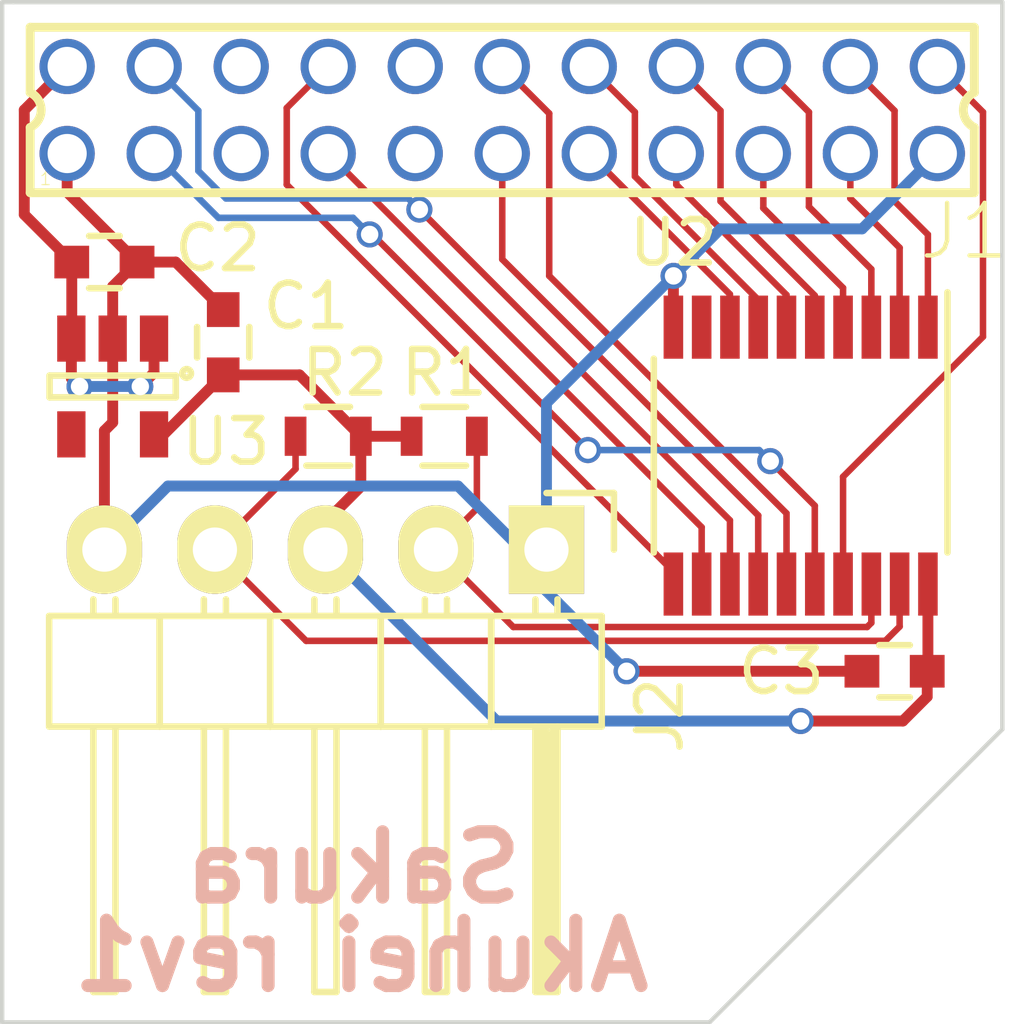
<source format=kicad_pcb>
(kicad_pcb (version 4) (host pcbnew "(2015-08-18 BZR 6103)-product")

  (general
    (links 36)
    (no_connects 0)
    (area 0 0 0 0)
    (thickness 1.6)
    (drawings 8)
    (tracks 130)
    (zones 0)
    (modules 9)
    (nets 26)
  )

  (page A4)
  (layers
    (0 F.Cu signal)
    (31 B.Cu signal)
    (32 B.Adhes user)
    (33 F.Adhes user)
    (34 B.Paste user)
    (35 F.Paste user)
    (36 B.SilkS user)
    (37 F.SilkS user)
    (38 B.Mask user)
    (39 F.Mask user)
    (40 Dwgs.User user)
    (41 Cmts.User user)
    (42 Eco1.User user)
    (43 Eco2.User user)
    (44 Edge.Cuts user)
    (45 Margin user)
    (46 B.CrtYd user)
    (47 F.CrtYd user)
    (48 B.Fab user)
    (49 F.Fab user)
  )

  (setup
    (last_trace_width 0.15)
    (trace_clearance 0.1)
    (zone_clearance 0.508)
    (zone_45_only no)
    (trace_min 0.1)
    (segment_width 0.2)
    (edge_width 0.1)
    (via_size 0.6)
    (via_drill 0.4)
    (via_min_size 0.4)
    (via_min_drill 0.3)
    (uvia_size 0.3)
    (uvia_drill 0.1)
    (uvias_allowed no)
    (uvia_min_size 0.2)
    (uvia_min_drill 0.1)
    (pcb_text_width 0.3)
    (pcb_text_size 1.5 1.5)
    (mod_edge_width 0.15)
    (mod_text_size 1 1)
    (mod_text_width 0.15)
    (pad_size 1.5 1.5)
    (pad_drill 0.6)
    (pad_to_mask_clearance 0)
    (aux_axis_origin 0 0)
    (visible_elements FFFFFF7F)
    (pcbplotparams
      (layerselection 0x00030_80000001)
      (usegerberextensions false)
      (excludeedgelayer true)
      (linewidth 0.100000)
      (plotframeref false)
      (viasonmask false)
      (mode 1)
      (useauxorigin false)
      (hpglpennumber 1)
      (hpglpenspeed 20)
      (hpglpendiameter 15)
      (hpglpenoverlay 2)
      (psnegative false)
      (psa4output false)
      (plotreference true)
      (plotvalue true)
      (plotinvisibletext false)
      (padsonsilk false)
      (subtractmaskfromsilk false)
      (outputformat 1)
      (mirror false)
      (drillshape 1)
      (scaleselection 1)
      (outputdirectory ""))
  )

  (net 0 "")
  (net 1 +3V3)
  (net 2 GND)
  (net 3 +5V)
  (net 4 CP_INT)
  (net 5 CP_CS)
  (net 6 "Net-(J1-Pad5)")
  (net 7 "Net-(J1-Pad6)")
  (net 8 CP_IORD)
  (net 9 CP_IOWR)
  (net 10 "Net-(J1-Pad9)")
  (net 11 "Net-(J1-Pad10)")
  (net 12 /A1)
  (net 13 /A2)
  (net 14 /D7)
  (net 15 /D6)
  (net 16 /D5)
  (net 17 /D4)
  (net 18 /D3)
  (net 19 /D2)
  (net 20 /D1)
  (net 21 /D0)
  (net 22 CP_RESET)
  (net 23 SCL)
  (net 24 SDA)
  (net 25 "Net-(U2-Pad9)")

  (net_class Default "This is the default net class."
    (clearance 0.1)
    (trace_width 0.15)
    (via_dia 0.6)
    (via_drill 0.4)
    (uvia_dia 0.3)
    (uvia_drill 0.1)
    (add_net /A1)
    (add_net /A2)
    (add_net /D0)
    (add_net /D1)
    (add_net /D2)
    (add_net /D3)
    (add_net /D4)
    (add_net /D5)
    (add_net /D6)
    (add_net /D7)
    (add_net CP_CS)
    (add_net CP_INT)
    (add_net CP_IORD)
    (add_net CP_IOWR)
    (add_net CP_RESET)
    (add_net "Net-(J1-Pad10)")
    (add_net "Net-(J1-Pad5)")
    (add_net "Net-(J1-Pad6)")
    (add_net "Net-(J1-Pad9)")
    (add_net "Net-(U2-Pad9)")
    (add_net SCL)
    (add_net SDA)
  )

  (net_class Power ""
    (clearance 0.2)
    (trace_width 0.25)
    (via_dia 0.6)
    (via_drill 0.4)
    (uvia_dia 0.3)
    (uvia_drill 0.1)
    (add_net +3V3)
    (add_net +5V)
    (add_net GND)
  )

  (module Capacitors_SMD:C_0603 (layer F.Cu) (tedit 55D47C44) (tstamp 55D47427)
    (at 141.732 104.4575 90)
    (descr "Capacitor SMD 0603, reflow soldering, AVX (see smccp.pdf)")
    (tags "capacitor 0603")
    (path /55CFA068)
    (attr smd)
    (fp_text reference C1 (at 0.8255 1.905 180) (layer F.SilkS)
      (effects (font (size 1 1) (thickness 0.15)))
    )
    (fp_text value 1uF (at 0 1.9 90) (layer F.Fab) hide
      (effects (font (size 1 1) (thickness 0.15)))
    )
    (fp_line (start -1.45 -0.75) (end 1.45 -0.75) (layer F.CrtYd) (width 0.05))
    (fp_line (start -1.45 0.75) (end 1.45 0.75) (layer F.CrtYd) (width 0.05))
    (fp_line (start -1.45 -0.75) (end -1.45 0.75) (layer F.CrtYd) (width 0.05))
    (fp_line (start 1.45 -0.75) (end 1.45 0.75) (layer F.CrtYd) (width 0.05))
    (fp_line (start -0.35 -0.6) (end 0.35 -0.6) (layer F.SilkS) (width 0.15))
    (fp_line (start 0.35 0.6) (end -0.35 0.6) (layer F.SilkS) (width 0.15))
    (pad 1 smd rect (at -0.75 0 90) (size 0.8 0.75) (layers F.Cu F.Paste F.Mask)
      (net 1 +3V3))
    (pad 2 smd rect (at 0.75 0 90) (size 0.8 0.75) (layers F.Cu F.Paste F.Mask)
      (net 2 GND))
    (model Capacitors_SMD.3dshapes/C_0603.wrl
      (at (xyz 0 0 0))
      (scale (xyz 1 1 1))
      (rotate (xyz 0 0 0))
    )
  )

  (module Capacitors_SMD:C_0603 (layer F.Cu) (tedit 55D47C42) (tstamp 55D47433)
    (at 139.0015 102.616)
    (descr "Capacitor SMD 0603, reflow soldering, AVX (see smccp.pdf)")
    (tags "capacitor 0603")
    (path /55CFA110)
    (attr smd)
    (fp_text reference C2 (at 2.6035 -0.3175) (layer F.SilkS)
      (effects (font (size 1 1) (thickness 0.15)))
    )
    (fp_text value 0.1uF (at 0 1.9) (layer F.Fab) hide
      (effects (font (size 1 1) (thickness 0.15)))
    )
    (fp_line (start -1.45 -0.75) (end 1.45 -0.75) (layer F.CrtYd) (width 0.05))
    (fp_line (start -1.45 0.75) (end 1.45 0.75) (layer F.CrtYd) (width 0.05))
    (fp_line (start -1.45 -0.75) (end -1.45 0.75) (layer F.CrtYd) (width 0.05))
    (fp_line (start 1.45 -0.75) (end 1.45 0.75) (layer F.CrtYd) (width 0.05))
    (fp_line (start -0.35 -0.6) (end 0.35 -0.6) (layer F.SilkS) (width 0.15))
    (fp_line (start 0.35 0.6) (end -0.35 0.6) (layer F.SilkS) (width 0.15))
    (pad 1 smd rect (at -0.75 0) (size 0.8 0.75) (layers F.Cu F.Paste F.Mask)
      (net 3 +5V))
    (pad 2 smd rect (at 0.75 0) (size 0.8 0.75) (layers F.Cu F.Paste F.Mask)
      (net 2 GND))
    (model Capacitors_SMD.3dshapes/C_0603.wrl
      (at (xyz 0 0 0))
      (scale (xyz 1 1 1))
      (rotate (xyz 0 0 0))
    )
  )

  (module Capacitors_SMD:C_0603 (layer F.Cu) (tedit 55D47AE5) (tstamp 55D4743F)
    (at 157.1625 112.014 180)
    (descr "Capacitor SMD 0603, reflow soldering, AVX (see smccp.pdf)")
    (tags "capacitor 0603")
    (path /55CFC60B)
    (attr smd)
    (fp_text reference C3 (at 2.6035 0 180) (layer F.SilkS)
      (effects (font (size 1 1) (thickness 0.15)))
    )
    (fp_text value 100nF (at 0 1.9 180) (layer F.Fab) hide
      (effects (font (size 1 1) (thickness 0.15)))
    )
    (fp_line (start -1.45 -0.75) (end 1.45 -0.75) (layer F.CrtYd) (width 0.05))
    (fp_line (start -1.45 0.75) (end 1.45 0.75) (layer F.CrtYd) (width 0.05))
    (fp_line (start -1.45 -0.75) (end -1.45 0.75) (layer F.CrtYd) (width 0.05))
    (fp_line (start 1.45 -0.75) (end 1.45 0.75) (layer F.CrtYd) (width 0.05))
    (fp_line (start -0.35 -0.6) (end 0.35 -0.6) (layer F.SilkS) (width 0.15))
    (fp_line (start 0.35 0.6) (end -0.35 0.6) (layer F.SilkS) (width 0.15))
    (pad 1 smd rect (at -0.75 0 180) (size 0.8 0.75) (layers F.Cu F.Paste F.Mask)
      (net 1 +3V3))
    (pad 2 smd rect (at 0.75 0 180) (size 0.8 0.75) (layers F.Cu F.Paste F.Mask)
      (net 2 GND))
    (model Capacitors_SMD.3dshapes/C_0603.wrl
      (at (xyz 0 0 0))
      (scale (xyz 1 1 1))
      (rotate (xyz 0 0 0))
    )
  )

  (module con-molex:87758-2216 (layer F.Cu) (tedit 55D47C29) (tstamp 55D47478)
    (at 148.1455 99.1235)
    (descr "<b>22 Pin - 2mm Dual Row Single Wafer, Vertical T/H HDR</b><p> Source: http://www.molex.com/pdm_docs/sd/877580616_sd.pdf")
    (path /55CF5772)
    (fp_text reference J1 (at 9.525 3.4925 180) (layer F.SilkS)
      (effects (font (size 1.2065 1.2065) (thickness 0.1016)) (justify left bottom))
    )
    (fp_text value CLOCKPORT (at -6.5405 3.302) (layer F.SilkS) hide
      (effects (font (size 1 1) (thickness 0.1016)) (justify left bottom))
    )
    (fp_line (start -10.85 1.9) (end 10.85 1.9) (layer F.SilkS) (width 0.2032))
    (fp_line (start 10.85 1.9) (end 10.85 0.4) (layer F.SilkS) (width 0.2032))
    (fp_line (start 10.85 -0.4) (end 10.85 -1.9) (layer F.SilkS) (width 0.2032))
    (fp_line (start 10.85 -1.9) (end -10.85 -1.9) (layer F.SilkS) (width 0.2032))
    (fp_line (start -10.85 -1.9) (end -10.85 -0.4) (layer F.SilkS) (width 0.2032))
    (fp_line (start -10.85 0.4) (end -10.85 1.9) (layer F.SilkS) (width 0.2032))
    (fp_arc (start -11.039999 0) (end -10.85 -0.4) (angle 129.184564) (layer F.SilkS) (width 0.2032))
    (fp_arc (start 11.039999 0) (end 10.85 0.4) (angle 129.184564) (layer F.SilkS) (width 0.2032))
    (fp_text user 1 (at -10.65 1.75) (layer F.SilkS)
      (effects (font (size 0.28956 0.28956) (thickness 0.024384)) (justify left bottom))
    )
    (fp_poly (pts (xy -10.25 1.25) (xy -9.75 1.25) (xy -9.75 0.75) (xy -10.25 0.75)) (layer Dwgs.User) (width 0))
    (fp_poly (pts (xy -10.25 -0.75) (xy -9.75 -0.75) (xy -9.75 -1.25) (xy -10.25 -1.25)) (layer Dwgs.User) (width 0))
    (fp_poly (pts (xy -8.25 1.25) (xy -7.75 1.25) (xy -7.75 0.75) (xy -8.25 0.75)) (layer Dwgs.User) (width 0))
    (fp_poly (pts (xy -8.25 -0.75) (xy -7.75 -0.75) (xy -7.75 -1.25) (xy -8.25 -1.25)) (layer Dwgs.User) (width 0))
    (fp_poly (pts (xy -6.25 1.25) (xy -5.75 1.25) (xy -5.75 0.75) (xy -6.25 0.75)) (layer Dwgs.User) (width 0))
    (fp_poly (pts (xy -6.25 -0.75) (xy -5.75 -0.75) (xy -5.75 -1.25) (xy -6.25 -1.25)) (layer Dwgs.User) (width 0))
    (fp_poly (pts (xy -4.25 1.25) (xy -3.75 1.25) (xy -3.75 0.75) (xy -4.25 0.75)) (layer Dwgs.User) (width 0))
    (fp_poly (pts (xy -4.25 -0.75) (xy -3.75 -0.75) (xy -3.75 -1.25) (xy -4.25 -1.25)) (layer Dwgs.User) (width 0))
    (fp_poly (pts (xy -2.25 1.25) (xy -1.75 1.25) (xy -1.75 0.75) (xy -2.25 0.75)) (layer Dwgs.User) (width 0))
    (fp_poly (pts (xy -2.25 -0.75) (xy -1.75 -0.75) (xy -1.75 -1.25) (xy -2.25 -1.25)) (layer Dwgs.User) (width 0))
    (fp_poly (pts (xy -0.25 1.25) (xy 0.25 1.25) (xy 0.25 0.75) (xy -0.25 0.75)) (layer Dwgs.User) (width 0))
    (fp_poly (pts (xy -0.25 -0.75) (xy 0.25 -0.75) (xy 0.25 -1.25) (xy -0.25 -1.25)) (layer Dwgs.User) (width 0))
    (fp_poly (pts (xy 1.75 1.25) (xy 2.25 1.25) (xy 2.25 0.75) (xy 1.75 0.75)) (layer Dwgs.User) (width 0))
    (fp_poly (pts (xy 1.75 -0.75) (xy 2.25 -0.75) (xy 2.25 -1.25) (xy 1.75 -1.25)) (layer Dwgs.User) (width 0))
    (fp_poly (pts (xy 3.75 1.25) (xy 4.25 1.25) (xy 4.25 0.75) (xy 3.75 0.75)) (layer Dwgs.User) (width 0))
    (fp_poly (pts (xy 3.75 -0.75) (xy 4.25 -0.75) (xy 4.25 -1.25) (xy 3.75 -1.25)) (layer Dwgs.User) (width 0))
    (fp_poly (pts (xy 5.75 1.25) (xy 6.25 1.25) (xy 6.25 0.75) (xy 5.75 0.75)) (layer Dwgs.User) (width 0))
    (fp_poly (pts (xy 5.75 -0.75) (xy 6.25 -0.75) (xy 6.25 -1.25) (xy 5.75 -1.25)) (layer Dwgs.User) (width 0))
    (fp_poly (pts (xy 7.75 1.25) (xy 8.25 1.25) (xy 8.25 0.75) (xy 7.75 0.75)) (layer Dwgs.User) (width 0))
    (fp_poly (pts (xy 7.75 -0.75) (xy 8.25 -0.75) (xy 8.25 -1.25) (xy 7.75 -1.25)) (layer Dwgs.User) (width 0))
    (fp_poly (pts (xy 9.75 1.25) (xy 10.25 1.25) (xy 10.25 0.75) (xy 9.75 0.75)) (layer Dwgs.User) (width 0))
    (fp_poly (pts (xy 9.75 -0.75) (xy 10.25 -0.75) (xy 10.25 -1.25) (xy 9.75 -1.25)) (layer Dwgs.User) (width 0))
    (pad 1 thru_hole circle (at -10 1) (size 1.27 1.27) (drill 0.9) (layers *.Cu *.Mask)
      (net 2 GND))
    (pad 2 thru_hole circle (at -10 -1) (size 1.27 1.27) (drill 0.9) (layers *.Cu *.Mask)
      (net 3 +5V))
    (pad 3 thru_hole circle (at -8 1) (size 1.27 1.27) (drill 0.9) (layers *.Cu *.Mask)
      (net 4 CP_INT))
    (pad 4 thru_hole circle (at -8 -1) (size 1.27 1.27) (drill 0.9) (layers *.Cu *.Mask)
      (net 5 CP_CS))
    (pad 5 thru_hole circle (at -6 1) (size 1.27 1.27) (drill 0.9) (layers *.Cu *.Mask)
      (net 6 "Net-(J1-Pad5)"))
    (pad 6 thru_hole circle (at -6 -1) (size 1.27 1.27) (drill 0.9) (layers *.Cu *.Mask)
      (net 7 "Net-(J1-Pad6)"))
    (pad 7 thru_hole circle (at -4 1) (size 1.27 1.27) (drill 0.9) (layers *.Cu *.Mask)
      (net 8 CP_IORD))
    (pad 8 thru_hole circle (at -4 -1) (size 1.27 1.27) (drill 0.9) (layers *.Cu *.Mask)
      (net 9 CP_IOWR))
    (pad 9 thru_hole circle (at -2 1) (size 1.27 1.27) (drill 0.9) (layers *.Cu *.Mask)
      (net 10 "Net-(J1-Pad9)"))
    (pad 10 thru_hole circle (at -2 -1) (size 1.27 1.27) (drill 0.9) (layers *.Cu *.Mask)
      (net 11 "Net-(J1-Pad10)"))
    (pad 11 thru_hole circle (at 0 1) (size 1.27 1.27) (drill 0.9) (layers *.Cu *.Mask)
      (net 12 /A1))
    (pad 12 thru_hole circle (at 0 -1) (size 1.27 1.27) (drill 0.9) (layers *.Cu *.Mask)
      (net 13 /A2))
    (pad 13 thru_hole circle (at 2 1) (size 1.27 1.27) (drill 0.9) (layers *.Cu *.Mask)
      (net 14 /D7))
    (pad 14 thru_hole circle (at 2 -1) (size 1.27 1.27) (drill 0.9) (layers *.Cu *.Mask)
      (net 15 /D6))
    (pad 15 thru_hole circle (at 4 1) (size 1.27 1.27) (drill 0.9) (layers *.Cu *.Mask)
      (net 16 /D5))
    (pad 16 thru_hole circle (at 4 -1) (size 1.27 1.27) (drill 0.9) (layers *.Cu *.Mask)
      (net 17 /D4))
    (pad 17 thru_hole circle (at 6 1) (size 1.27 1.27) (drill 0.9) (layers *.Cu *.Mask)
      (net 18 /D3))
    (pad 18 thru_hole circle (at 6 -1) (size 1.27 1.27) (drill 0.9) (layers *.Cu *.Mask)
      (net 19 /D2))
    (pad 19 thru_hole circle (at 8 1) (size 1.27 1.27) (drill 0.9) (layers *.Cu *.Mask)
      (net 20 /D1))
    (pad 20 thru_hole circle (at 8 -1) (size 1.27 1.27) (drill 0.9) (layers *.Cu *.Mask)
      (net 21 /D0))
    (pad 21 thru_hole circle (at 10 1) (size 1.27 1.27) (drill 0.9) (layers *.Cu *.Mask)
      (net 2 GND))
    (pad 22 thru_hole circle (at 10 -1) (size 1.27 1.27) (drill 0.9) (layers *.Cu *.Mask)
      (net 22 CP_RESET))
  )

  (module Pin_Headers:Pin_Header_Angled_1x05 (layer F.Cu) (tedit 55D47D1F) (tstamp 55D474B9)
    (at 149.1615 109.22 270)
    (descr "Through hole pin header")
    (tags "pin header")
    (path /55CF6E7C)
    (fp_text reference J2 (at 3.81 -2.6035 270) (layer F.SilkS)
      (effects (font (size 1 1) (thickness 0.15)))
    )
    (fp_text value I2C (at 5.9055 -2.6035 270) (layer F.Fab)
      (effects (font (size 1 1) (thickness 0.15)))
    )
    (fp_line (start -1.5 -1.75) (end -1.5 11.95) (layer F.CrtYd) (width 0.05))
    (fp_line (start 10.65 -1.75) (end 10.65 11.95) (layer F.CrtYd) (width 0.05))
    (fp_line (start -1.5 -1.75) (end 10.65 -1.75) (layer F.CrtYd) (width 0.05))
    (fp_line (start -1.5 11.95) (end 10.65 11.95) (layer F.CrtYd) (width 0.05))
    (fp_line (start -1.3 -1.55) (end -1.3 0) (layer F.SilkS) (width 0.15))
    (fp_line (start 0 -1.55) (end -1.3 -1.55) (layer F.SilkS) (width 0.15))
    (fp_line (start 4.191 -0.127) (end 10.033 -0.127) (layer F.SilkS) (width 0.15))
    (fp_line (start 10.033 -0.127) (end 10.033 0.127) (layer F.SilkS) (width 0.15))
    (fp_line (start 10.033 0.127) (end 4.191 0.127) (layer F.SilkS) (width 0.15))
    (fp_line (start 4.191 0.127) (end 4.191 0) (layer F.SilkS) (width 0.15))
    (fp_line (start 4.191 0) (end 10.033 0) (layer F.SilkS) (width 0.15))
    (fp_line (start 1.524 -0.254) (end 1.143 -0.254) (layer F.SilkS) (width 0.15))
    (fp_line (start 1.524 0.254) (end 1.143 0.254) (layer F.SilkS) (width 0.15))
    (fp_line (start 1.524 2.286) (end 1.143 2.286) (layer F.SilkS) (width 0.15))
    (fp_line (start 1.524 2.794) (end 1.143 2.794) (layer F.SilkS) (width 0.15))
    (fp_line (start 1.524 4.826) (end 1.143 4.826) (layer F.SilkS) (width 0.15))
    (fp_line (start 1.524 5.334) (end 1.143 5.334) (layer F.SilkS) (width 0.15))
    (fp_line (start 1.524 7.366) (end 1.143 7.366) (layer F.SilkS) (width 0.15))
    (fp_line (start 1.524 7.874) (end 1.143 7.874) (layer F.SilkS) (width 0.15))
    (fp_line (start 1.524 10.414) (end 1.143 10.414) (layer F.SilkS) (width 0.15))
    (fp_line (start 1.524 9.906) (end 1.143 9.906) (layer F.SilkS) (width 0.15))
    (fp_line (start 4.064 1.27) (end 4.064 -1.27) (layer F.SilkS) (width 0.15))
    (fp_line (start 10.16 0.254) (end 4.064 0.254) (layer F.SilkS) (width 0.15))
    (fp_line (start 10.16 -0.254) (end 10.16 0.254) (layer F.SilkS) (width 0.15))
    (fp_line (start 4.064 -0.254) (end 10.16 -0.254) (layer F.SilkS) (width 0.15))
    (fp_line (start 1.524 1.27) (end 4.064 1.27) (layer F.SilkS) (width 0.15))
    (fp_line (start 1.524 -1.27) (end 1.524 1.27) (layer F.SilkS) (width 0.15))
    (fp_line (start 1.524 -1.27) (end 4.064 -1.27) (layer F.SilkS) (width 0.15))
    (fp_line (start 1.524 3.81) (end 4.064 3.81) (layer F.SilkS) (width 0.15))
    (fp_line (start 1.524 3.81) (end 1.524 6.35) (layer F.SilkS) (width 0.15))
    (fp_line (start 1.524 6.35) (end 4.064 6.35) (layer F.SilkS) (width 0.15))
    (fp_line (start 4.064 4.826) (end 10.16 4.826) (layer F.SilkS) (width 0.15))
    (fp_line (start 10.16 4.826) (end 10.16 5.334) (layer F.SilkS) (width 0.15))
    (fp_line (start 10.16 5.334) (end 4.064 5.334) (layer F.SilkS) (width 0.15))
    (fp_line (start 4.064 6.35) (end 4.064 3.81) (layer F.SilkS) (width 0.15))
    (fp_line (start 4.064 3.81) (end 4.064 1.27) (layer F.SilkS) (width 0.15))
    (fp_line (start 10.16 2.794) (end 4.064 2.794) (layer F.SilkS) (width 0.15))
    (fp_line (start 10.16 2.286) (end 10.16 2.794) (layer F.SilkS) (width 0.15))
    (fp_line (start 4.064 2.286) (end 10.16 2.286) (layer F.SilkS) (width 0.15))
    (fp_line (start 1.524 3.81) (end 4.064 3.81) (layer F.SilkS) (width 0.15))
    (fp_line (start 1.524 1.27) (end 1.524 3.81) (layer F.SilkS) (width 0.15))
    (fp_line (start 1.524 1.27) (end 4.064 1.27) (layer F.SilkS) (width 0.15))
    (fp_line (start 1.524 8.89) (end 4.064 8.89) (layer F.SilkS) (width 0.15))
    (fp_line (start 1.524 8.89) (end 1.524 11.43) (layer F.SilkS) (width 0.15))
    (fp_line (start 1.524 11.43) (end 4.064 11.43) (layer F.SilkS) (width 0.15))
    (fp_line (start 4.064 9.906) (end 10.16 9.906) (layer F.SilkS) (width 0.15))
    (fp_line (start 10.16 9.906) (end 10.16 10.414) (layer F.SilkS) (width 0.15))
    (fp_line (start 10.16 10.414) (end 4.064 10.414) (layer F.SilkS) (width 0.15))
    (fp_line (start 4.064 11.43) (end 4.064 8.89) (layer F.SilkS) (width 0.15))
    (fp_line (start 4.064 8.89) (end 4.064 6.35) (layer F.SilkS) (width 0.15))
    (fp_line (start 10.16 7.874) (end 4.064 7.874) (layer F.SilkS) (width 0.15))
    (fp_line (start 10.16 7.366) (end 10.16 7.874) (layer F.SilkS) (width 0.15))
    (fp_line (start 4.064 7.366) (end 10.16 7.366) (layer F.SilkS) (width 0.15))
    (fp_line (start 1.524 8.89) (end 4.064 8.89) (layer F.SilkS) (width 0.15))
    (fp_line (start 1.524 6.35) (end 1.524 8.89) (layer F.SilkS) (width 0.15))
    (fp_line (start 1.524 6.35) (end 4.064 6.35) (layer F.SilkS) (width 0.15))
    (pad 1 thru_hole rect (at 0 0 270) (size 2.032 1.7272) (drill 1.016) (layers *.Cu *.Mask F.SilkS)
      (net 2 GND))
    (pad 2 thru_hole oval (at 0 2.54 270) (size 2.032 1.7272) (drill 1.016) (layers *.Cu *.Mask F.SilkS)
      (net 23 SCL))
    (pad 3 thru_hole oval (at 0 5.08 270) (size 2.032 1.7272) (drill 1.016) (layers *.Cu *.Mask F.SilkS)
      (net 1 +3V3))
    (pad 4 thru_hole oval (at 0 7.62 270) (size 2.032 1.7272) (drill 1.016) (layers *.Cu *.Mask F.SilkS)
      (net 24 SDA))
    (pad 5 thru_hole oval (at 0 10.16 270) (size 2.032 1.7272) (drill 1.016) (layers *.Cu *.Mask F.SilkS)
      (net 2 GND))
    (model Pin_Headers.3dshapes/Pin_Header_Angled_1x05.wrl
      (at (xyz 0 -0.2 0))
      (scale (xyz 1 1 1))
      (rotate (xyz 0 0 90))
    )
  )

  (module Resistors_SMD:R_0603 (layer F.Cu) (tedit 55D47C4E) (tstamp 55D474C5)
    (at 146.812 106.6165 180)
    (descr "Resistor SMD 0603, reflow soldering, Vishay (see dcrcw.pdf)")
    (tags "resistor 0603")
    (path /55CF7044)
    (attr smd)
    (fp_text reference R1 (at 0 1.4605 180) (layer F.SilkS)
      (effects (font (size 1 1) (thickness 0.15)))
    )
    (fp_text value 4.7k (at 0 1.9 180) (layer F.Fab) hide
      (effects (font (size 1 1) (thickness 0.15)))
    )
    (fp_line (start -1.3 -0.8) (end 1.3 -0.8) (layer F.CrtYd) (width 0.05))
    (fp_line (start -1.3 0.8) (end 1.3 0.8) (layer F.CrtYd) (width 0.05))
    (fp_line (start -1.3 -0.8) (end -1.3 0.8) (layer F.CrtYd) (width 0.05))
    (fp_line (start 1.3 -0.8) (end 1.3 0.8) (layer F.CrtYd) (width 0.05))
    (fp_line (start 0.5 0.675) (end -0.5 0.675) (layer F.SilkS) (width 0.15))
    (fp_line (start -0.5 -0.675) (end 0.5 -0.675) (layer F.SilkS) (width 0.15))
    (pad 1 smd rect (at -0.75 0 180) (size 0.5 0.9) (layers F.Cu F.Paste F.Mask)
      (net 23 SCL))
    (pad 2 smd rect (at 0.75 0 180) (size 0.5 0.9) (layers F.Cu F.Paste F.Mask)
      (net 1 +3V3))
    (model Resistors_SMD.3dshapes/R_0603.wrl
      (at (xyz 0 0 0))
      (scale (xyz 1 1 1))
      (rotate (xyz 0 0 0))
    )
  )

  (module Resistors_SMD:R_0603 (layer F.Cu) (tedit 55D47C4B) (tstamp 55D474D1)
    (at 144.145 106.6165)
    (descr "Resistor SMD 0603, reflow soldering, Vishay (see dcrcw.pdf)")
    (tags "resistor 0603")
    (path /55CF70F8)
    (attr smd)
    (fp_text reference R2 (at 0.381 -1.4605) (layer F.SilkS)
      (effects (font (size 1 1) (thickness 0.15)))
    )
    (fp_text value 4.7k (at 0 1.9) (layer F.Fab) hide
      (effects (font (size 1 1) (thickness 0.15)))
    )
    (fp_line (start -1.3 -0.8) (end 1.3 -0.8) (layer F.CrtYd) (width 0.05))
    (fp_line (start -1.3 0.8) (end 1.3 0.8) (layer F.CrtYd) (width 0.05))
    (fp_line (start -1.3 -0.8) (end -1.3 0.8) (layer F.CrtYd) (width 0.05))
    (fp_line (start 1.3 -0.8) (end 1.3 0.8) (layer F.CrtYd) (width 0.05))
    (fp_line (start 0.5 0.675) (end -0.5 0.675) (layer F.SilkS) (width 0.15))
    (fp_line (start -0.5 -0.675) (end 0.5 -0.675) (layer F.SilkS) (width 0.15))
    (pad 1 smd rect (at -0.75 0) (size 0.5 0.9) (layers F.Cu F.Paste F.Mask)
      (net 24 SDA))
    (pad 2 smd rect (at 0.75 0) (size 0.5 0.9) (layers F.Cu F.Paste F.Mask)
      (net 1 +3V3))
    (model Resistors_SMD.3dshapes/R_0603.wrl
      (at (xyz 0 0 0))
      (scale (xyz 1 1 1))
      (rotate (xyz 0 0 0))
    )
  )

  (module Housings_SSOP:TSSOP-20_4.4x6.5mm_Pitch0.65mm (layer F.Cu) (tedit 55D47C26) (tstamp 55D474EF)
    (at 155.0035 107.061 270)
    (descr "20-Lead Plastic Thin Shrink Small Outline (ST)-4.4 mm Body [TSSOP] (see Microchip Packaging Specification 00000049BS.pdf)")
    (tags "SSOP 0.65")
    (path /55CF57A4)
    (attr smd)
    (fp_text reference U2 (at -4.8895 2.921 360) (layer F.SilkS)
      (effects (font (size 1 1) (thickness 0.15)))
    )
    (fp_text value PCA9564 (at -2.6035 4.2545 270) (layer F.Fab) hide
      (effects (font (size 1 1) (thickness 0.15)))
    )
    (fp_line (start -3.95 -3.55) (end -3.95 3.55) (layer F.CrtYd) (width 0.05))
    (fp_line (start 3.95 -3.55) (end 3.95 3.55) (layer F.CrtYd) (width 0.05))
    (fp_line (start -3.95 -3.55) (end 3.95 -3.55) (layer F.CrtYd) (width 0.05))
    (fp_line (start -3.95 3.55) (end 3.95 3.55) (layer F.CrtYd) (width 0.05))
    (fp_line (start -2.225 3.375) (end 2.225 3.375) (layer F.SilkS) (width 0.15))
    (fp_line (start -3.75 -3.375) (end 2.225 -3.375) (layer F.SilkS) (width 0.15))
    (pad 1 smd rect (at -2.95 -2.925 270) (size 1.45 0.45) (layers F.Cu F.Paste F.Mask)
      (net 21 /D0))
    (pad 2 smd rect (at -2.95 -2.275 270) (size 1.45 0.45) (layers F.Cu F.Paste F.Mask)
      (net 20 /D1))
    (pad 3 smd rect (at -2.95 -1.625 270) (size 1.45 0.45) (layers F.Cu F.Paste F.Mask)
      (net 19 /D2))
    (pad 4 smd rect (at -2.95 -0.975 270) (size 1.45 0.45) (layers F.Cu F.Paste F.Mask)
      (net 18 /D3))
    (pad 5 smd rect (at -2.95 -0.325 270) (size 1.45 0.45) (layers F.Cu F.Paste F.Mask)
      (net 17 /D4))
    (pad 6 smd rect (at -2.95 0.325 270) (size 1.45 0.45) (layers F.Cu F.Paste F.Mask)
      (net 16 /D5))
    (pad 7 smd rect (at -2.95 0.975 270) (size 1.45 0.45) (layers F.Cu F.Paste F.Mask)
      (net 15 /D6))
    (pad 8 smd rect (at -2.95 1.625 270) (size 1.45 0.45) (layers F.Cu F.Paste F.Mask)
      (net 14 /D7))
    (pad 9 smd rect (at -2.95 2.275 270) (size 1.45 0.45) (layers F.Cu F.Paste F.Mask)
      (net 25 "Net-(U2-Pad9)"))
    (pad 10 smd rect (at -2.95 2.925 270) (size 1.45 0.45) (layers F.Cu F.Paste F.Mask)
      (net 2 GND))
    (pad 11 smd rect (at 2.95 2.925 270) (size 1.45 0.45) (layers F.Cu F.Paste F.Mask)
      (net 9 CP_IOWR))
    (pad 12 smd rect (at 2.95 2.275 270) (size 1.45 0.45) (layers F.Cu F.Paste F.Mask)
      (net 8 CP_IORD))
    (pad 13 smd rect (at 2.95 1.625 270) (size 1.45 0.45) (layers F.Cu F.Paste F.Mask)
      (net 5 CP_CS))
    (pad 14 smd rect (at 2.95 0.975 270) (size 1.45 0.45) (layers F.Cu F.Paste F.Mask)
      (net 12 /A1))
    (pad 15 smd rect (at 2.95 0.325 270) (size 1.45 0.45) (layers F.Cu F.Paste F.Mask)
      (net 13 /A2))
    (pad 16 smd rect (at 2.95 -0.325 270) (size 1.45 0.45) (layers F.Cu F.Paste F.Mask)
      (net 4 CP_INT))
    (pad 17 smd rect (at 2.95 -0.975 270) (size 1.45 0.45) (layers F.Cu F.Paste F.Mask)
      (net 22 CP_RESET))
    (pad 18 smd rect (at 2.95 -1.625 270) (size 1.45 0.45) (layers F.Cu F.Paste F.Mask)
      (net 23 SCL))
    (pad 19 smd rect (at 2.95 -2.275 270) (size 1.45 0.45) (layers F.Cu F.Paste F.Mask)
      (net 24 SDA))
    (pad 20 smd rect (at 2.95 -2.925 270) (size 1.45 0.45) (layers F.Cu F.Paste F.Mask)
      (net 1 +3V3))
    (model Housings_SSOP.3dshapes/TSSOP-20_4.4x6.5mm_Pitch0.65mm.wrl
      (at (xyz 0 0 0))
      (scale (xyz 1 1 1))
      (rotate (xyz 0 0 0))
    )
  )

  (module SOT-23-5 (layer F.Cu) (tedit 55D47C54) (tstamp 55D47501)
    (at 139.192 105.4735 270)
    (descr "5-pin SOT23 package")
    (tags SOT-23-5)
    (path /55CF8B6E)
    (attr smd)
    (fp_text reference U3 (at 1.27 -2.6035 360) (layer F.SilkS)
      (effects (font (size 1 1) (thickness 0.15)))
    )
    (fp_text value TLV70233DBV (at -0.05 2.35 270) (layer F.Fab) hide
      (effects (font (size 1 1) (thickness 0.15)))
    )
    (fp_line (start -1.8 -1.6) (end 1.8 -1.6) (layer F.CrtYd) (width 0.05))
    (fp_line (start 1.8 -1.6) (end 1.8 1.6) (layer F.CrtYd) (width 0.05))
    (fp_line (start 1.8 1.6) (end -1.8 1.6) (layer F.CrtYd) (width 0.05))
    (fp_line (start -1.8 1.6) (end -1.8 -1.6) (layer F.CrtYd) (width 0.05))
    (fp_circle (center -0.3 -1.7) (end -0.2 -1.7) (layer F.SilkS) (width 0.15))
    (fp_line (start 0.25 -1.45) (end -0.25 -1.45) (layer F.SilkS) (width 0.15))
    (fp_line (start 0.25 1.45) (end 0.25 -1.45) (layer F.SilkS) (width 0.15))
    (fp_line (start -0.25 1.45) (end 0.25 1.45) (layer F.SilkS) (width 0.15))
    (fp_line (start -0.25 -1.45) (end -0.25 1.45) (layer F.SilkS) (width 0.15))
    (pad 1 smd rect (at -1.1 -0.95 270) (size 1.06 0.65) (layers F.Cu F.Paste F.Mask)
      (net 3 +5V))
    (pad 2 smd rect (at -1.1 0 270) (size 1.06 0.65) (layers F.Cu F.Paste F.Mask)
      (net 2 GND))
    (pad 3 smd rect (at -1.1 0.95 270) (size 1.06 0.65) (layers F.Cu F.Paste F.Mask)
      (net 3 +5V))
    (pad 4 smd rect (at 1.1 0.95 270) (size 1.06 0.65) (layers F.Cu F.Paste F.Mask))
    (pad 5 smd rect (at 1.1 -0.95 270) (size 1.06 0.65) (layers F.Cu F.Paste F.Mask)
      (net 1 +3V3))
    (model Housings_SOT-23_SOT-143_TSOT-6.3dshapes/SOT-23-5.wrl
      (at (xyz 0 0 0))
      (scale (xyz 0.11 0.11 0.11))
      (rotate (xyz 0 0 90))
    )
  )

  (gr_text Sakura (at 144.7165 116.5225) (layer B.SilkS)
    (effects (font (size 1.5 1.5) (thickness 0.3)) (justify mirror))
  )
  (gr_text "Akuhei rev1" (at 144.907 118.5545) (layer B.SilkS)
    (effects (font (size 1.5 1.5) (thickness 0.3)) (justify mirror))
  )
  (gr_line (start 136.652 96.647) (end 136.906 96.647) (angle 90) (layer Edge.Cuts) (width 0.1))
  (gr_line (start 136.652 120.0785) (end 136.652 96.647) (angle 90) (layer Edge.Cuts) (width 0.1))
  (gr_line (start 152.908 120.0785) (end 136.652 120.0785) (angle 90) (layer Edge.Cuts) (width 0.1))
  (gr_line (start 159.639 113.3475) (end 152.908 120.0785) (angle 90) (layer Edge.Cuts) (width 0.1))
  (gr_line (start 159.639 96.647) (end 159.639 113.3475) (angle 90) (layer Edge.Cuts) (width 0.1))
  (gr_line (start 136.906 96.647) (end 159.639 96.647) (angle 90) (layer Edge.Cuts) (width 0.1))

  (segment (start 144.0815 109.22) (end 148.0185 113.157) (width 0.25) (layer B.Cu) (net 1) (status 400000))
  (segment (start 157.9125 112.5975) (end 157.9125 112.014) (width 0.25) (layer F.Cu) (net 1) (tstamp 55D47C6B) (status 800000))
  (segment (start 157.353 113.157) (end 157.9125 112.5975) (width 0.25) (layer F.Cu) (net 1) (tstamp 55D47C6A))
  (segment (start 155.0035 113.157) (end 157.353 113.157) (width 0.25) (layer F.Cu) (net 1) (tstamp 55D47C69))
  (via (at 155.0035 113.157) (size 0.6) (drill 0.4) (layers F.Cu B.Cu) (net 1))
  (segment (start 148.0185 113.157) (end 155.0035 113.157) (width 0.25) (layer B.Cu) (net 1) (tstamp 55D47C66))
  (segment (start 157.9285 110.011) (end 157.9285 111.998) (width 0.25) (layer F.Cu) (net 1) (status C00000))
  (segment (start 157.9285 111.998) (end 157.9125 112.014) (width 0.25) (layer F.Cu) (net 1) (tstamp 55D47C4B) (status C00000))
  (segment (start 144.0815 109.22) (end 144.0815 108.585) (width 0.25) (layer F.Cu) (net 1))
  (segment (start 144.0815 108.585) (end 144.895 107.7715) (width 0.25) (layer F.Cu) (net 1) (tstamp 55D47BC8))
  (segment (start 144.895 107.7715) (end 144.895 106.6165) (width 0.25) (layer F.Cu) (net 1) (tstamp 55D47BC9))
  (segment (start 146.062 106.6165) (end 144.895 106.6165) (width 0.25) (layer F.Cu) (net 1))
  (segment (start 141.732 105.2075) (end 143.486 105.2075) (width 0.25) (layer F.Cu) (net 1))
  (segment (start 143.486 105.2075) (end 144.895 106.6165) (width 0.25) (layer F.Cu) (net 1) (tstamp 55D47BC2))
  (segment (start 140.142 106.5735) (end 140.366 106.5735) (width 0.25) (layer F.Cu) (net 1))
  (segment (start 140.366 106.5735) (end 141.732 105.2075) (width 0.25) (layer F.Cu) (net 1) (tstamp 55D47BB2))
  (segment (start 149.1615 109.22) (end 148.59 109.22) (width 0.25) (layer B.Cu) (net 2) (status C00000))
  (segment (start 148.59 109.22) (end 147.1295 107.7595) (width 0.25) (layer B.Cu) (net 2) (tstamp 55D47C5F) (status 400000))
  (segment (start 140.462 107.7595) (end 139.0015 109.22) (width 0.25) (layer B.Cu) (net 2) (tstamp 55D47C62) (status 800000))
  (segment (start 147.1295 107.7595) (end 140.462 107.7595) (width 0.25) (layer B.Cu) (net 2) (tstamp 55D47C60))
  (segment (start 156.4125 112.014) (end 151.003 112.014) (width 0.25) (layer F.Cu) (net 2) (status 400000))
  (segment (start 151.003 112.014) (end 149.1615 110.1725) (width 0.25) (layer B.Cu) (net 2) (tstamp 55D47C56) (status 800000))
  (via (at 151.003 112.014) (size 0.6) (drill 0.4) (layers F.Cu B.Cu) (net 2))
  (segment (start 149.1615 110.1725) (end 149.1615 109.22) (width 0.25) (layer B.Cu) (net 2) (tstamp 55D47C57) (status C00000))
  (segment (start 149.1615 109.22) (end 149.1615 105.8545) (width 0.25) (layer B.Cu) (net 2))
  (segment (start 149.1615 105.8545) (end 152.0825 102.9335) (width 0.25) (layer B.Cu) (net 2) (tstamp 55D47BF2))
  (segment (start 152.0785 104.111) (end 152.0785 102.9375) (width 0.25) (layer F.Cu) (net 2))
  (segment (start 156.415 101.854) (end 158.1455 100.1235) (width 0.25) (layer B.Cu) (net 2) (tstamp 55D47BDF))
  (segment (start 153.162 101.854) (end 156.415 101.854) (width 0.25) (layer B.Cu) (net 2) (tstamp 55D47BDD))
  (segment (start 152.0825 102.9335) (end 153.162 101.854) (width 0.25) (layer B.Cu) (net 2) (tstamp 55D47BDC))
  (via (at 152.0825 102.9335) (size 0.6) (drill 0.4) (layers F.Cu B.Cu) (net 2))
  (segment (start 152.0785 102.9375) (end 152.0825 102.9335) (width 0.25) (layer F.Cu) (net 2) (tstamp 55D47BD8))
  (segment (start 139.7515 102.616) (end 140.6405 102.616) (width 0.25) (layer F.Cu) (net 2))
  (segment (start 140.6405 102.616) (end 141.732 103.7075) (width 0.25) (layer F.Cu) (net 2) (tstamp 55D47BBF))
  (segment (start 139.0015 109.22) (end 139.0015 106.4895) (width 0.25) (layer F.Cu) (net 2))
  (segment (start 139.0015 106.4895) (end 139.192 106.299) (width 0.25) (layer F.Cu) (net 2) (tstamp 55D47BAA))
  (segment (start 139.192 106.299) (end 139.192 104.3735) (width 0.25) (layer F.Cu) (net 2) (tstamp 55D47BAB))
  (segment (start 139.192 104.3735) (end 139.192 103.1755) (width 0.25) (layer F.Cu) (net 2))
  (segment (start 139.192 103.1755) (end 139.7515 102.616) (width 0.25) (layer F.Cu) (net 2) (tstamp 55D4798A))
  (segment (start 138.1455 100.1235) (end 138.1455 101.01) (width 0.25) (layer F.Cu) (net 2))
  (segment (start 138.1455 101.01) (end 139.7515 102.616) (width 0.25) (layer F.Cu) (net 2) (tstamp 55D47987))
  (segment (start 138.242 104.3735) (end 138.242 105.2855) (width 0.25) (layer F.Cu) (net 3))
  (segment (start 140.142 105.1585) (end 140.142 104.3735) (width 0.25) (layer F.Cu) (net 3) (tstamp 55D47BBC))
  (segment (start 139.827 105.4735) (end 140.142 105.1585) (width 0.25) (layer F.Cu) (net 3) (tstamp 55D47BBB))
  (via (at 139.827 105.4735) (size 0.6) (drill 0.4) (layers F.Cu B.Cu) (net 3))
  (segment (start 138.43 105.4735) (end 139.827 105.4735) (width 0.25) (layer B.Cu) (net 3) (tstamp 55D47BB7))
  (via (at 138.43 105.4735) (size 0.6) (drill 0.4) (layers F.Cu B.Cu) (net 3))
  (segment (start 138.242 105.2855) (end 138.43 105.4735) (width 0.25) (layer F.Cu) (net 3) (tstamp 55D47BB5))
  (segment (start 138.2515 102.616) (end 138.2515 104.364) (width 0.25) (layer F.Cu) (net 3))
  (segment (start 138.2515 104.364) (end 138.242 104.3735) (width 0.25) (layer F.Cu) (net 3) (tstamp 55D47984))
  (segment (start 138.1455 98.1235) (end 138.1455 98.138) (width 0.25) (layer F.Cu) (net 3))
  (segment (start 138.1455 98.138) (end 137.16 99.1235) (width 0.25) (layer F.Cu) (net 3) (tstamp 55D477E3))
  (segment (start 137.16 99.1235) (end 137.16 101.5245) (width 0.25) (layer F.Cu) (net 3) (tstamp 55D477E4))
  (segment (start 137.16 101.5245) (end 138.2515 102.616) (width 0.25) (layer F.Cu) (net 3) (tstamp 55D477E5))
  (segment (start 155.3285 110.011) (end 155.3285 108.2115) (width 0.15) (layer F.Cu) (net 4))
  (segment (start 141.622 101.6) (end 140.1455 100.1235) (width 0.15) (layer B.Cu) (net 4) (tstamp 55D47C3B))
  (segment (start 144.7165 101.6) (end 141.622 101.6) (width 0.15) (layer B.Cu) (net 4) (tstamp 55D47C3A))
  (segment (start 145.0975 101.981) (end 144.7165 101.6) (width 0.15) (layer B.Cu) (net 4) (tstamp 55D47C39))
  (via (at 145.0975 101.981) (size 0.6) (drill 0.4) (layers F.Cu B.Cu) (net 4))
  (segment (start 145.161 101.981) (end 145.0975 101.981) (width 0.15) (layer F.Cu) (net 4) (tstamp 55D47C37))
  (segment (start 150.114 106.934) (end 145.161 101.981) (width 0.15) (layer F.Cu) (net 4) (tstamp 55D47C36))
  (via (at 150.114 106.934) (size 0.6) (drill 0.4) (layers F.Cu B.Cu) (net 4))
  (segment (start 154.051 106.934) (end 150.114 106.934) (width 0.15) (layer B.Cu) (net 4) (tstamp 55D47C34))
  (segment (start 154.305 107.188) (end 154.051 106.934) (width 0.15) (layer B.Cu) (net 4) (tstamp 55D47C33))
  (via (at 154.305 107.188) (size 0.6) (drill 0.4) (layers F.Cu B.Cu) (net 4))
  (segment (start 155.3285 108.2115) (end 154.305 107.188) (width 0.15) (layer F.Cu) (net 4) (tstamp 55D47C30))
  (segment (start 153.3785 110.011) (end 153.3785 108.5475) (width 0.15) (layer F.Cu) (net 5))
  (segment (start 141.1605 99.1385) (end 140.1455 98.1235) (width 0.15) (layer B.Cu) (net 5) (tstamp 55D47C2B))
  (segment (start 141.1605 100.5205) (end 141.1605 99.1385) (width 0.15) (layer B.Cu) (net 5) (tstamp 55D47C29))
  (segment (start 141.7955 101.1555) (end 141.1605 100.5205) (width 0.15) (layer B.Cu) (net 5) (tstamp 55D47C27))
  (segment (start 145.9865 101.1555) (end 141.7955 101.1555) (width 0.15) (layer B.Cu) (net 5) (tstamp 55D47C26))
  (segment (start 146.2405 101.4095) (end 145.9865 101.1555) (width 0.15) (layer B.Cu) (net 5) (tstamp 55D47C25))
  (via (at 146.2405 101.4095) (size 0.6) (drill 0.4) (layers F.Cu B.Cu) (net 5))
  (segment (start 153.3785 108.5475) (end 146.2405 101.4095) (width 0.15) (layer F.Cu) (net 5) (tstamp 55D47C22))
  (segment (start 152.7285 110.011) (end 152.7285 108.7065) (width 0.15) (layer F.Cu) (net 8))
  (segment (start 152.7285 108.7065) (end 144.1455 100.1235) (width 0.15) (layer F.Cu) (net 8) (tstamp 55D47C1E))
  (segment (start 152.0785 110.011) (end 152.0785 109.724) (width 0.15) (layer F.Cu) (net 9))
  (segment (start 152.0785 109.724) (end 143.1925 100.838) (width 0.15) (layer F.Cu) (net 9) (tstamp 55D47C07))
  (segment (start 143.1925 100.838) (end 143.1925 99.0765) (width 0.15) (layer F.Cu) (net 9) (tstamp 55D47C08))
  (segment (start 143.1925 99.0765) (end 144.1455 98.1235) (width 0.15) (layer F.Cu) (net 9) (tstamp 55D47C0A))
  (segment (start 154.0285 110.011) (end 154.0285 108.4355) (width 0.15) (layer F.Cu) (net 12))
  (segment (start 148.1455 102.5525) (end 148.1455 100.1235) (width 0.15) (layer F.Cu) (net 12) (tstamp 55D47BEE))
  (segment (start 154.0285 108.4355) (end 148.1455 102.5525) (width 0.15) (layer F.Cu) (net 12) (tstamp 55D47BEC))
  (segment (start 154.6785 110.011) (end 154.6785 108.387) (width 0.15) (layer F.Cu) (net 13))
  (segment (start 149.225 99.203) (end 148.1455 98.1235) (width 0.15) (layer F.Cu) (net 13) (tstamp 55D47BE8))
  (segment (start 149.225 102.9335) (end 149.225 99.203) (width 0.15) (layer F.Cu) (net 13) (tstamp 55D47BE6))
  (segment (start 154.6785 108.387) (end 149.225 102.9335) (width 0.15) (layer F.Cu) (net 13) (tstamp 55D47BE4))
  (segment (start 153.3785 104.111) (end 153.3785 103.3565) (width 0.15) (layer F.Cu) (net 14))
  (segment (start 153.3785 103.3565) (end 150.1455 100.1235) (width 0.15) (layer F.Cu) (net 14) (tstamp 55D477DE))
  (segment (start 154.0285 104.111) (end 154.0285 103.4825) (width 0.15) (layer F.Cu) (net 15))
  (segment (start 154.0285 103.4825) (end 151.1935 100.6475) (width 0.15) (layer F.Cu) (net 15) (tstamp 55D477D6))
  (segment (start 151.1935 100.6475) (end 151.1935 99.1715) (width 0.15) (layer F.Cu) (net 15) (tstamp 55D477D8))
  (segment (start 151.1935 99.1715) (end 150.1455 98.1235) (width 0.15) (layer F.Cu) (net 15) (tstamp 55D477DA))
  (segment (start 154.6785 104.111) (end 154.6785 103.3705) (width 0.15) (layer F.Cu) (net 16))
  (segment (start 152.1455 100.8375) (end 152.1455 100.1235) (width 0.15) (layer F.Cu) (net 16) (tstamp 55D477D2))
  (segment (start 154.6785 103.3705) (end 152.1455 100.8375) (width 0.15) (layer F.Cu) (net 16) (tstamp 55D477D0))
  (segment (start 155.3285 104.111) (end 155.3285 103.3855) (width 0.15) (layer F.Cu) (net 17))
  (segment (start 153.162 99.14) (end 152.1455 98.1235) (width 0.15) (layer F.Cu) (net 17) (tstamp 55D477CC))
  (segment (start 153.162 101.219) (end 153.162 99.14) (width 0.15) (layer F.Cu) (net 17) (tstamp 55D477CA))
  (segment (start 155.3285 103.3855) (end 153.162 101.219) (width 0.15) (layer F.Cu) (net 17) (tstamp 55D477C8))
  (segment (start 155.9785 104.111) (end 155.9785 103.21) (width 0.15) (layer F.Cu) (net 18))
  (segment (start 154.1455 101.377) (end 154.1455 100.1235) (width 0.15) (layer F.Cu) (net 18) (tstamp 55D477C4))
  (segment (start 155.9785 103.21) (end 154.1455 101.377) (width 0.15) (layer F.Cu) (net 18) (tstamp 55D477C2))
  (segment (start 156.6285 104.111) (end 156.6285 102.7805) (width 0.15) (layer F.Cu) (net 19))
  (segment (start 155.194 99.172) (end 154.1455 98.1235) (width 0.15) (layer F.Cu) (net 19) (tstamp 55D477BE))
  (segment (start 155.194 101.346) (end 155.194 99.172) (width 0.15) (layer F.Cu) (net 19) (tstamp 55D477BC))
  (segment (start 156.6285 102.7805) (end 155.194 101.346) (width 0.15) (layer F.Cu) (net 19) (tstamp 55D477BA))
  (segment (start 157.2785 104.111) (end 157.2785 102.2875) (width 0.15) (layer F.Cu) (net 20))
  (segment (start 156.1455 101.1545) (end 156.1455 100.1235) (width 0.15) (layer F.Cu) (net 20) (tstamp 55D477B6))
  (segment (start 157.2785 102.2875) (end 156.1455 101.1545) (width 0.15) (layer F.Cu) (net 20) (tstamp 55D477B4))
  (segment (start 157.9285 104.111) (end 157.9285 101.985) (width 0.15) (layer F.Cu) (net 21))
  (segment (start 157.1625 99.1405) (end 156.1455 98.1235) (width 0.15) (layer F.Cu) (net 21) (tstamp 55D477B0))
  (segment (start 157.1625 101.219) (end 157.1625 99.1405) (width 0.15) (layer F.Cu) (net 21) (tstamp 55D477AE))
  (segment (start 157.9285 101.985) (end 157.1625 101.219) (width 0.15) (layer F.Cu) (net 21) (tstamp 55D477AC))
  (segment (start 155.9785 110.011) (end 155.9785 107.5465) (width 0.15) (layer F.Cu) (net 22))
  (segment (start 159.1945 99.1725) (end 158.1455 98.1235) (width 0.15) (layer F.Cu) (net 22) (tstamp 55D47C1A))
  (segment (start 159.1945 104.3305) (end 159.1945 99.1725) (width 0.15) (layer F.Cu) (net 22) (tstamp 55D47C18))
  (segment (start 155.9785 107.5465) (end 159.1945 104.3305) (width 0.15) (layer F.Cu) (net 22) (tstamp 55D47C16))
  (segment (start 156.6285 110.011) (end 156.6285 110.900998) (width 0.15) (layer F.Cu) (net 23) (status 400000))
  (segment (start 148.3995 110.998) (end 146.6215 109.22) (width 0.15) (layer F.Cu) (net 23) (tstamp 55D47C50) (status 800000))
  (segment (start 156.531498 110.998) (end 148.3995 110.998) (width 0.15) (layer F.Cu) (net 23) (tstamp 55D47C4F))
  (segment (start 156.6285 110.900998) (end 156.531498 110.998) (width 0.15) (layer F.Cu) (net 23) (tstamp 55D47C4E))
  (segment (start 147.562 106.6165) (end 147.562 108.2795) (width 0.15) (layer F.Cu) (net 23))
  (segment (start 147.562 108.2795) (end 146.6215 109.22) (width 0.15) (layer F.Cu) (net 23) (tstamp 55D47BD0))
  (segment (start 157.2785 110.011) (end 157.2785 110.987) (width 0.15) (layer F.Cu) (net 24) (status 400000))
  (segment (start 143.637 111.3155) (end 141.5415 109.22) (width 0.15) (layer F.Cu) (net 24) (tstamp 55D47C47) (status 800000))
  (segment (start 156.95 111.3155) (end 143.637 111.3155) (width 0.15) (layer F.Cu) (net 24) (tstamp 55D47C46))
  (segment (start 157.2785 110.987) (end 156.95 111.3155) (width 0.15) (layer F.Cu) (net 24) (tstamp 55D47C45))
  (segment (start 143.395 106.6165) (end 143.395 107.3665) (width 0.15) (layer F.Cu) (net 24))
  (segment (start 143.395 107.3665) (end 141.5415 109.22) (width 0.15) (layer F.Cu) (net 24) (tstamp 55D47BD4))

)

</source>
